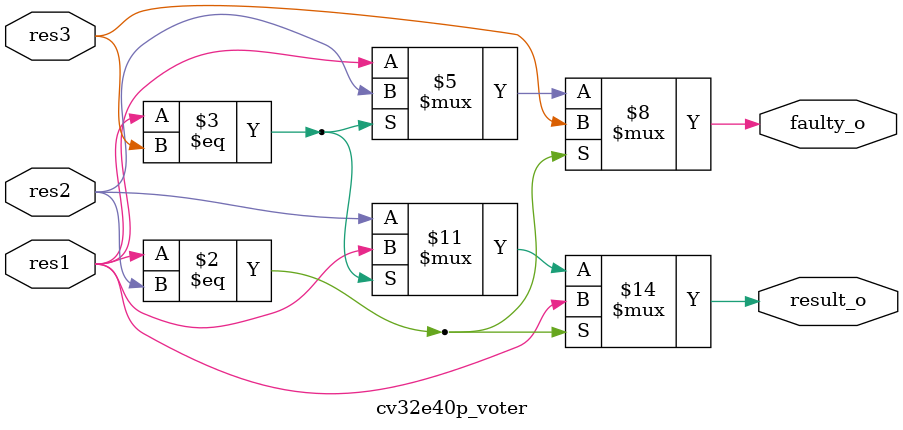
<source format=sv>
module cv32e40p_voter
(
    input logic res1,
    input logic res2,
    input logic res3,

    output logic faulty_o,
    output logic result_o
);

    // behavioral implementation
    always_comb begin
        if (res1 == res2) begin
            result_o <= res1;
            faulty_o <= res3;
        end
        else if (res1 == res3 ) begin
            result_o <= res1;
            faulty_o <= res2;
		end
        else begin 
            result_o <= res2;
            faulty_o <= res1;
        end
    end
endmodule

</source>
